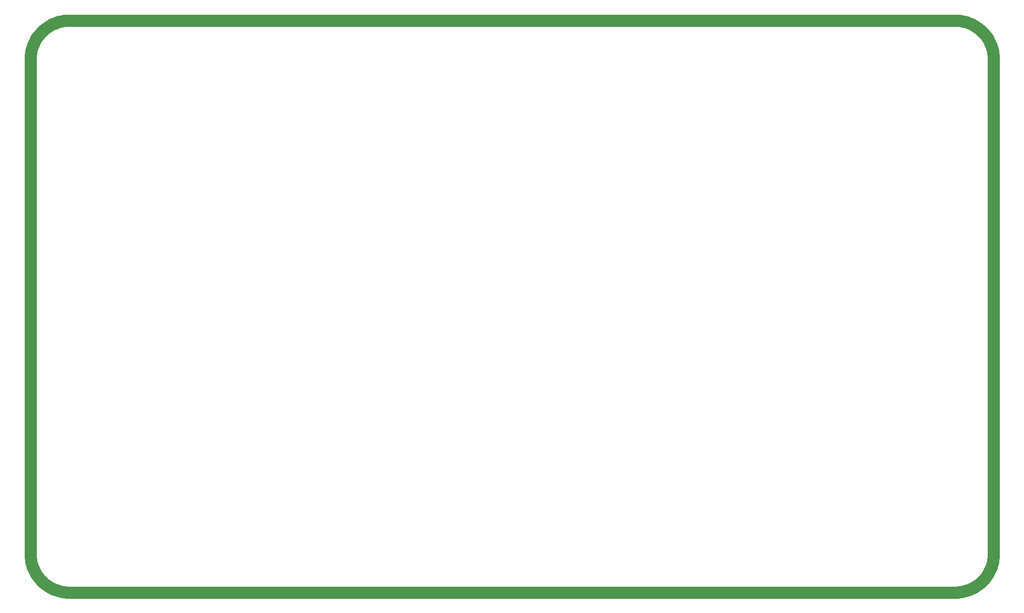
<source format=gm1>
%TF.GenerationSoftware,KiCad,Pcbnew,(6.0.0)*%
%TF.CreationDate,2022-05-07T11:17:07+05:30*%
%TF.ProjectId,Motion_Control_Board2.0,4d6f7469-6f6e-45f4-936f-6e74726f6c5f,rev?*%
%TF.SameCoordinates,Original*%
%TF.FileFunction,Profile,NP*%
%FSLAX46Y46*%
G04 Gerber Fmt 4.6, Leading zero omitted, Abs format (unit mm)*
G04 Created by KiCad (PCBNEW (6.0.0)) date 2022-05-07 11:17:07*
%MOMM*%
%LPD*%
G01*
G04 APERTURE LIST*
%TA.AperFunction,Profile*%
%ADD10C,1.964069*%
%TD*%
G04 APERTURE END LIST*
D10*
X75508153Y-59994800D02*
X218262200Y-59994800D01*
X218262200Y-59994800D02*
X218578213Y-60002879D01*
X218578213Y-60002879D02*
X218890077Y-60026857D01*
X218890077Y-60026857D02*
X219197407Y-60066343D01*
X219197407Y-60066343D02*
X219499816Y-60120948D01*
X219499816Y-60120948D02*
X219796920Y-60190280D01*
X219796920Y-60190280D02*
X220088331Y-60273951D01*
X220088331Y-60273951D02*
X220373665Y-60371569D01*
X220373665Y-60371569D02*
X220652535Y-60482746D01*
X220652535Y-60482746D02*
X220924556Y-60607089D01*
X220924556Y-60607089D02*
X221189342Y-60744211D01*
X221189342Y-60744211D02*
X221446506Y-60893719D01*
X221446506Y-60893719D02*
X221695663Y-61055225D01*
X221695663Y-61055225D02*
X221936428Y-61228338D01*
X221936428Y-61228338D02*
X222168414Y-61412667D01*
X222168414Y-61412667D02*
X222391235Y-61607824D01*
X222391235Y-61607824D02*
X222604506Y-61813417D01*
X222604506Y-61813417D02*
X222807841Y-62029057D01*
X222807841Y-62029057D02*
X223000854Y-62254353D01*
X223000854Y-62254353D02*
X223183159Y-62488915D01*
X223183159Y-62488915D02*
X223354370Y-62732353D01*
X223354370Y-62732353D02*
X223514101Y-62984278D01*
X223514101Y-62984278D02*
X223661968Y-63244298D01*
X223661968Y-63244298D02*
X223797582Y-63512024D01*
X223797582Y-63512024D02*
X223920560Y-63787066D01*
X223920560Y-63787066D02*
X224030515Y-64069033D01*
X224030515Y-64069033D02*
X224127061Y-64357536D01*
X224127061Y-64357536D02*
X224209813Y-64652183D01*
X224209813Y-64652183D02*
X224278383Y-64952586D01*
X224278383Y-64952586D02*
X224332388Y-65258354D01*
X224332388Y-65258354D02*
X224371440Y-65569096D01*
X224371440Y-65569096D02*
X224395155Y-65884423D01*
X224395155Y-65884423D02*
X224403145Y-66203945D01*
X224403145Y-66203945D02*
X224403145Y-145866062D01*
X224403145Y-145866062D02*
X224395155Y-146185585D01*
X224395155Y-146185585D02*
X224371440Y-146500913D01*
X224371440Y-146500913D02*
X224332388Y-146811657D01*
X224332388Y-146811657D02*
X224278383Y-147117425D01*
X224278383Y-147117425D02*
X224209813Y-147417829D01*
X224209813Y-147417829D02*
X224127061Y-147712477D01*
X224127061Y-147712477D02*
X224030515Y-148000980D01*
X224030515Y-148000980D02*
X223920560Y-148282948D01*
X223920560Y-148282948D02*
X223797582Y-148557990D01*
X223797582Y-148557990D02*
X223661968Y-148825717D01*
X223661968Y-148825717D02*
X223514101Y-149085737D01*
X223514101Y-149085737D02*
X223354370Y-149337662D01*
X223354370Y-149337662D02*
X223183159Y-149581101D01*
X223183159Y-149581101D02*
X223000854Y-149815663D01*
X223000854Y-149815663D02*
X222807841Y-150040959D01*
X222807841Y-150040959D02*
X222604506Y-150256599D01*
X222604506Y-150256599D02*
X222391235Y-150462192D01*
X222391235Y-150462192D02*
X222168414Y-150657349D01*
X222168414Y-150657349D02*
X221936428Y-150841678D01*
X221936428Y-150841678D02*
X221695663Y-151014791D01*
X221695663Y-151014791D02*
X221446506Y-151176296D01*
X221446506Y-151176296D02*
X221189342Y-151325805D01*
X221189342Y-151325805D02*
X220924556Y-151462926D01*
X220924556Y-151462926D02*
X220652535Y-151587269D01*
X220652535Y-151587269D02*
X220373665Y-151698445D01*
X220373665Y-151698445D02*
X220088331Y-151796064D01*
X220088331Y-151796064D02*
X219796920Y-151879734D01*
X219796920Y-151879734D02*
X219499816Y-151949066D01*
X219499816Y-151949066D02*
X219197407Y-152003671D01*
X219197407Y-152003671D02*
X218890077Y-152043157D01*
X218890077Y-152043157D02*
X218578213Y-152067135D01*
X218578213Y-152067135D02*
X218262200Y-152075214D01*
X218262200Y-152075214D02*
X75508153Y-152075214D01*
X75508153Y-152075214D02*
X75192140Y-152067135D01*
X75192140Y-152067135D02*
X74880276Y-152043157D01*
X74880276Y-152043157D02*
X74572947Y-152003671D01*
X74572947Y-152003671D02*
X74270537Y-151949066D01*
X74270537Y-151949066D02*
X73973434Y-151879734D01*
X73973434Y-151879734D02*
X73682023Y-151796064D01*
X73682023Y-151796064D02*
X73396689Y-151698445D01*
X73396689Y-151698445D02*
X73117819Y-151587269D01*
X73117819Y-151587269D02*
X72845798Y-151462926D01*
X72845798Y-151462926D02*
X72581012Y-151325805D01*
X72581012Y-151325805D02*
X72323848Y-151176296D01*
X72323848Y-151176296D02*
X72074690Y-151014791D01*
X72074690Y-151014791D02*
X71833926Y-150841678D01*
X71833926Y-150841678D02*
X71601940Y-150657349D01*
X71601940Y-150657349D02*
X71379118Y-150462192D01*
X71379118Y-150462192D02*
X71165847Y-150256599D01*
X71165847Y-150256599D02*
X70962512Y-150040959D01*
X70962512Y-150040959D02*
X70769499Y-149815663D01*
X70769499Y-149815663D02*
X70587194Y-149581101D01*
X70587194Y-149581101D02*
X70415982Y-149337662D01*
X70415982Y-149337662D02*
X70256251Y-149085737D01*
X70256251Y-149085737D02*
X70108384Y-148825717D01*
X70108384Y-148825717D02*
X69972769Y-148557990D01*
X69972769Y-148557990D02*
X69849791Y-148282948D01*
X69849791Y-148282948D02*
X69739836Y-148000980D01*
X69739836Y-148000980D02*
X69643290Y-147712477D01*
X69643290Y-147712477D02*
X69560538Y-147417829D01*
X69560538Y-147417829D02*
X69491967Y-147117425D01*
X69491967Y-147117425D02*
X69437963Y-146811657D01*
X69437963Y-146811657D02*
X69398910Y-146500913D01*
X69398910Y-146500913D02*
X69375196Y-146185585D01*
X69375196Y-146185585D02*
X69367205Y-145866062D01*
X69367205Y-145866062D02*
X69367205Y-66203945D01*
X69367205Y-66203945D02*
X69375196Y-65884423D01*
X69375196Y-65884423D02*
X69398910Y-65569096D01*
X69398910Y-65569096D02*
X69437963Y-65258354D01*
X69437963Y-65258354D02*
X69491967Y-64952586D01*
X69491967Y-64952586D02*
X69560538Y-64652183D01*
X69560538Y-64652183D02*
X69643290Y-64357536D01*
X69643290Y-64357536D02*
X69739836Y-64069033D01*
X69739836Y-64069033D02*
X69849791Y-63787066D01*
X69849791Y-63787066D02*
X69972769Y-63512024D01*
X69972769Y-63512024D02*
X70108384Y-63244298D01*
X70108384Y-63244298D02*
X70256251Y-62984278D01*
X70256251Y-62984278D02*
X70415982Y-62732353D01*
X70415982Y-62732353D02*
X70587194Y-62488915D01*
X70587194Y-62488915D02*
X70769499Y-62254353D01*
X70769499Y-62254353D02*
X70962512Y-62029057D01*
X70962512Y-62029057D02*
X71165847Y-61813417D01*
X71165847Y-61813417D02*
X71379118Y-61607824D01*
X71379118Y-61607824D02*
X71601940Y-61412667D01*
X71601940Y-61412667D02*
X71833926Y-61228338D01*
X71833926Y-61228338D02*
X72074690Y-61055225D01*
X72074690Y-61055225D02*
X72323848Y-60893719D01*
X72323848Y-60893719D02*
X72581012Y-60744211D01*
X72581012Y-60744211D02*
X72845798Y-60607089D01*
X72845798Y-60607089D02*
X73117819Y-60482746D01*
X73117819Y-60482746D02*
X73396689Y-60371569D01*
X73396689Y-60371569D02*
X73682023Y-60273951D01*
X73682023Y-60273951D02*
X73973434Y-60190280D01*
X73973434Y-60190280D02*
X74270537Y-60120948D01*
X74270537Y-60120948D02*
X74572947Y-60066343D01*
X74572947Y-60066343D02*
X74880276Y-60026857D01*
X74880276Y-60026857D02*
X75192140Y-60002879D01*
X75192140Y-60002879D02*
X75508153Y-59994800D01*
X75508153Y-59994800D02*
X75508153Y-59994800D01*
M02*

</source>
